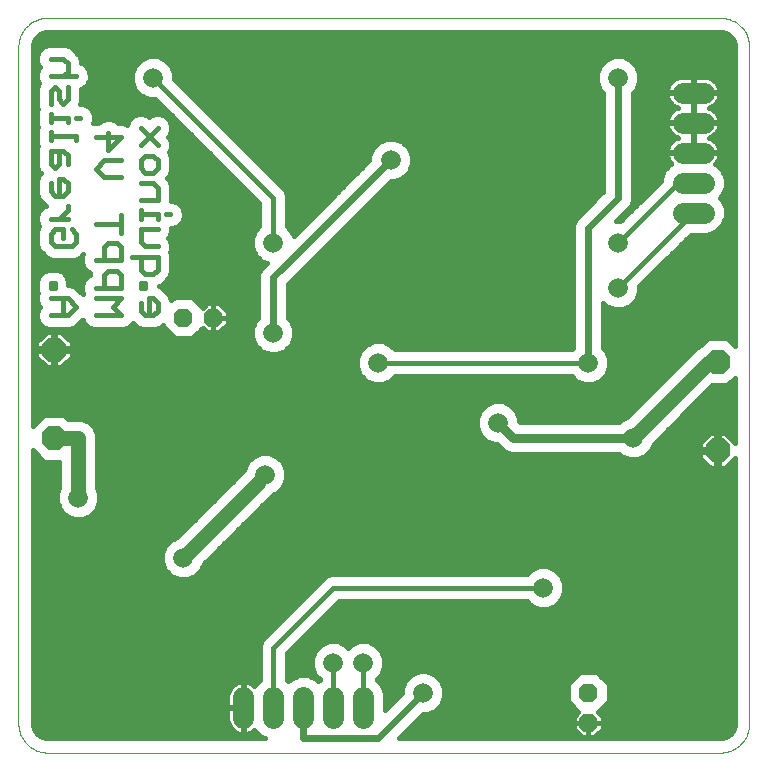
<source format=gbl>
G75*
G70*
%OFA0B0*%
%FSLAX24Y24*%
%IPPOS*%
%LPD*%
%AMOC8*
5,1,8,0,0,1.08239X$1,22.5*
%
%ADD10C,0.0000*%
%ADD11C,0.0150*%
%ADD12OC8,0.0620*%
%ADD13C,0.0700*%
%ADD14OC8,0.0812*%
%ADD15C,0.0654*%
%ADD16C,0.0240*%
%ADD17C,0.0500*%
%ADD18C,0.0300*%
%ADD19C,0.0160*%
%ADD20C,0.0100*%
D10*
X000800Y001164D02*
X000800Y023692D01*
X000802Y023754D01*
X000808Y023815D01*
X000817Y023876D01*
X000831Y023937D01*
X000848Y023996D01*
X000869Y024054D01*
X000894Y024111D01*
X000922Y024166D01*
X000953Y024219D01*
X000988Y024270D01*
X001026Y024319D01*
X001067Y024366D01*
X001110Y024409D01*
X001157Y024450D01*
X001206Y024488D01*
X001257Y024523D01*
X001310Y024554D01*
X001365Y024582D01*
X001422Y024607D01*
X001480Y024628D01*
X001539Y024645D01*
X001600Y024659D01*
X001661Y024668D01*
X001722Y024674D01*
X001784Y024676D01*
X024186Y024676D01*
X024248Y024674D01*
X024309Y024668D01*
X024370Y024659D01*
X024431Y024645D01*
X024490Y024628D01*
X024548Y024607D01*
X024605Y024582D01*
X024660Y024554D01*
X024713Y024523D01*
X024764Y024488D01*
X024813Y024450D01*
X024860Y024409D01*
X024903Y024366D01*
X024944Y024319D01*
X024982Y024270D01*
X025017Y024219D01*
X025048Y024166D01*
X025076Y024111D01*
X025101Y024054D01*
X025122Y023996D01*
X025139Y023937D01*
X025153Y023876D01*
X025162Y023815D01*
X025168Y023754D01*
X025170Y023692D01*
X025170Y001164D01*
X025168Y001102D01*
X025162Y001041D01*
X025153Y000980D01*
X025139Y000919D01*
X025122Y000860D01*
X025101Y000802D01*
X025076Y000745D01*
X025048Y000690D01*
X025017Y000637D01*
X024982Y000586D01*
X024944Y000537D01*
X024903Y000490D01*
X024860Y000447D01*
X024813Y000406D01*
X024764Y000368D01*
X024713Y000333D01*
X024660Y000302D01*
X024605Y000274D01*
X024548Y000249D01*
X024490Y000228D01*
X024431Y000211D01*
X024370Y000197D01*
X024309Y000188D01*
X024248Y000182D01*
X024186Y000180D01*
X001784Y000180D01*
X001722Y000182D01*
X001661Y000188D01*
X001600Y000197D01*
X001539Y000211D01*
X001480Y000228D01*
X001422Y000249D01*
X001365Y000274D01*
X001310Y000302D01*
X001257Y000333D01*
X001206Y000368D01*
X001157Y000406D01*
X001110Y000447D01*
X001067Y000490D01*
X001026Y000537D01*
X000988Y000586D01*
X000953Y000637D01*
X000922Y000690D01*
X000894Y000745D01*
X000869Y000802D01*
X000848Y000860D01*
X000831Y000919D01*
X000817Y000980D01*
X000808Y001041D01*
X000802Y001102D01*
X000800Y001164D01*
D11*
X009300Y001680D02*
X009300Y003680D01*
X011300Y005680D01*
X018300Y005680D01*
X012300Y003180D02*
X012300Y001680D01*
X011300Y001680D02*
X011300Y003180D01*
X012800Y013180D02*
X019800Y013180D01*
X020800Y015680D02*
X023300Y018180D01*
X023300Y019180D02*
X022800Y019180D01*
X020800Y017180D01*
X005868Y018120D02*
X005726Y018120D01*
X005442Y018120D02*
X004875Y018120D01*
X004875Y018261D02*
X004875Y017978D01*
X004875Y017624D02*
X005442Y017624D01*
X005442Y017978D02*
X005442Y018120D01*
X005442Y018592D02*
X004875Y018592D01*
X005442Y018592D02*
X005442Y019017D01*
X005300Y019159D01*
X004875Y019159D01*
X005017Y019512D02*
X004875Y019654D01*
X004875Y019938D01*
X005017Y020080D01*
X005300Y020080D01*
X005442Y019938D01*
X005442Y019654D01*
X005300Y019512D01*
X005017Y019512D01*
X004226Y019359D02*
X003659Y019359D01*
X003375Y019643D01*
X003659Y019926D01*
X004226Y019926D01*
X003800Y020280D02*
X003800Y020847D01*
X003375Y020705D02*
X004226Y020705D01*
X003800Y020280D01*
X002726Y020587D02*
X002726Y020728D01*
X001875Y020728D01*
X001875Y020587D02*
X001875Y020870D01*
X001875Y021201D02*
X001875Y021484D01*
X001875Y021342D02*
X002442Y021342D01*
X002442Y021201D01*
X002726Y021342D02*
X002868Y021342D01*
X002300Y021814D02*
X002442Y021956D01*
X002442Y022382D01*
X002159Y022240D02*
X002159Y021956D01*
X002300Y021814D01*
X001875Y021814D02*
X001875Y022240D01*
X002017Y022382D01*
X002159Y022240D01*
X002300Y022735D02*
X002442Y022877D01*
X002442Y023161D01*
X002300Y023302D01*
X001875Y023302D01*
X001875Y022735D02*
X002726Y022735D01*
X004875Y021000D02*
X005442Y020433D01*
X004875Y020433D02*
X005442Y021000D01*
X002442Y020091D02*
X002442Y019808D01*
X002442Y020091D02*
X002300Y020233D01*
X001875Y020233D01*
X001875Y019808D01*
X002017Y019666D01*
X002159Y019808D01*
X002159Y020233D01*
X002159Y019312D02*
X002159Y018745D01*
X002300Y018745D02*
X002017Y018745D01*
X001875Y018887D01*
X001875Y019170D01*
X002159Y019312D02*
X002300Y019312D01*
X002442Y019170D01*
X002442Y018887D01*
X002300Y018745D01*
X002442Y018403D02*
X002442Y018261D01*
X002159Y017978D01*
X002442Y017978D02*
X001875Y017978D01*
X002017Y017624D02*
X002300Y017624D01*
X002300Y017341D01*
X002584Y017624D02*
X002726Y017482D01*
X002726Y017199D01*
X002584Y017057D01*
X002017Y017057D01*
X001875Y017199D01*
X001875Y017482D01*
X002017Y017624D01*
X003375Y017801D02*
X004226Y017801D01*
X004226Y017517D02*
X004226Y018085D01*
X004875Y017624D02*
X004875Y017199D01*
X005017Y017057D01*
X005442Y017057D01*
X005442Y016703D02*
X005442Y016278D01*
X005300Y016136D01*
X005017Y016136D01*
X004875Y016278D01*
X004875Y016703D01*
X004591Y016703D02*
X005442Y016703D01*
X005017Y015818D02*
X004875Y015818D01*
X004875Y015676D01*
X005017Y015676D01*
X005017Y015818D01*
X005159Y015322D02*
X005159Y014755D01*
X005300Y014755D02*
X005442Y014897D01*
X005442Y015180D01*
X005300Y015322D01*
X005159Y015322D01*
X004875Y015180D02*
X004875Y014897D01*
X005017Y014755D01*
X005300Y014755D01*
X004226Y014755D02*
X003942Y015039D01*
X004226Y015322D01*
X003375Y015322D01*
X003375Y015676D02*
X004226Y015676D01*
X004226Y016101D01*
X004084Y016243D01*
X003800Y016243D01*
X003659Y016101D01*
X003659Y015676D01*
X003659Y016597D02*
X003659Y017022D01*
X003800Y017164D01*
X004084Y017164D01*
X004226Y017022D01*
X004226Y016597D01*
X003375Y016597D01*
X002442Y015322D02*
X001875Y015322D01*
X001875Y015676D02*
X001875Y015818D01*
X002017Y015818D01*
X002017Y015676D01*
X001875Y015676D01*
X002300Y015322D02*
X002300Y014755D01*
X002442Y014755D02*
X002726Y015039D01*
X002442Y015322D01*
X002442Y014755D02*
X001875Y014755D01*
X003375Y014755D02*
X004226Y014755D01*
D12*
X006300Y014680D03*
X007300Y014680D03*
X019800Y002180D03*
X019800Y001180D03*
D13*
X012300Y001330D02*
X012300Y002030D01*
X011300Y002030D02*
X011300Y001330D01*
X010300Y001330D02*
X010300Y002030D01*
X009300Y002030D02*
X009300Y001330D01*
X008300Y001330D02*
X008300Y002030D01*
X022950Y018180D02*
X023650Y018180D01*
X023650Y019180D02*
X022950Y019180D01*
X022950Y020180D02*
X023650Y020180D01*
X023650Y021180D02*
X022950Y021180D01*
X022950Y022180D02*
X023650Y022180D01*
D14*
X024111Y013204D03*
X024111Y010251D03*
X001989Y010656D03*
X001989Y013609D03*
D15*
X002800Y008680D03*
X006300Y006680D03*
X009030Y009450D03*
X012800Y013180D03*
X009300Y014180D03*
X009300Y017180D03*
X013210Y019930D03*
X008300Y023680D03*
X007300Y023680D03*
X006300Y023680D03*
X005300Y022680D03*
X016800Y011180D03*
X019800Y013180D03*
X020800Y015680D03*
X020800Y017180D03*
X020800Y022680D03*
X021300Y010680D03*
X018300Y005680D03*
X014300Y002180D03*
X012300Y003180D03*
X011300Y003180D03*
X001800Y001180D03*
X024300Y001180D03*
X024300Y002180D03*
D16*
X014300Y002180D02*
X012800Y000680D01*
X010300Y000680D01*
X010300Y001680D01*
X019800Y013180D02*
X019800Y017680D01*
X020800Y018680D01*
X020800Y022680D01*
X013210Y019930D02*
X009300Y016020D01*
X009300Y014180D01*
D17*
X008800Y009180D02*
X006300Y006680D01*
X002800Y008680D02*
X002800Y010680D01*
X002300Y010680D01*
X021300Y010680D02*
X023800Y013180D01*
X024111Y013204D01*
D18*
X021300Y010680D02*
X017300Y010680D01*
X016800Y011180D01*
X009030Y009450D02*
X008800Y009180D01*
D19*
X009250Y008739D02*
X024690Y008739D01*
X024690Y008581D02*
X009091Y008581D01*
X008933Y008422D02*
X024690Y008422D01*
X024690Y008264D02*
X008774Y008264D01*
X008616Y008105D02*
X024690Y008105D01*
X024690Y007947D02*
X008457Y007947D01*
X008299Y007788D02*
X024690Y007788D01*
X024690Y007630D02*
X008140Y007630D01*
X007982Y007471D02*
X024690Y007471D01*
X024690Y007313D02*
X007823Y007313D01*
X007665Y007154D02*
X024690Y007154D01*
X024690Y006996D02*
X007506Y006996D01*
X007348Y006837D02*
X024690Y006837D01*
X024690Y006679D02*
X007189Y006679D01*
X007031Y006520D02*
X024690Y006520D01*
X024690Y006362D02*
X018503Y006362D01*
X018441Y006387D02*
X018159Y006387D01*
X017899Y006280D01*
X017755Y006135D01*
X011209Y006135D01*
X011042Y006066D01*
X009042Y004066D01*
X008914Y003938D01*
X008845Y003771D01*
X008845Y002607D01*
X008681Y002444D01*
X008668Y002412D01*
X008645Y002434D01*
X008578Y002483D01*
X008503Y002521D01*
X008424Y002547D01*
X008342Y002560D01*
X008320Y002560D01*
X008320Y001700D01*
X008280Y001700D01*
X008280Y002560D01*
X008258Y002560D01*
X008176Y002547D01*
X008097Y002521D01*
X008022Y002483D01*
X007955Y002434D01*
X007896Y002375D01*
X007847Y002308D01*
X007809Y002233D01*
X007783Y002154D01*
X007770Y002072D01*
X007770Y001700D01*
X008280Y001700D01*
X008280Y001660D01*
X008320Y001660D01*
X008320Y000800D01*
X008342Y000800D01*
X008424Y000813D01*
X008503Y000839D01*
X008578Y000877D01*
X008645Y000926D01*
X008668Y000948D01*
X008681Y000916D01*
X008886Y000711D01*
X009010Y000660D01*
X001784Y000660D01*
X001718Y000664D01*
X001591Y000698D01*
X001477Y000764D01*
X001384Y000857D01*
X001318Y000971D01*
X001284Y001098D01*
X001280Y001164D01*
X001280Y010254D01*
X001663Y009870D01*
X002170Y009870D01*
X002170Y009007D01*
X002093Y008821D01*
X002093Y008539D01*
X002200Y008279D01*
X002399Y008080D01*
X002659Y007973D01*
X002941Y007973D01*
X003201Y008080D01*
X003400Y008279D01*
X003507Y008539D01*
X003507Y008821D01*
X003430Y009007D01*
X003430Y010805D01*
X003334Y011037D01*
X003157Y011214D01*
X002925Y011310D01*
X002447Y011310D01*
X002315Y011442D01*
X001663Y011442D01*
X001280Y011059D01*
X001280Y023692D01*
X001284Y023758D01*
X001318Y023885D01*
X001318Y023885D01*
X001384Y023999D01*
X001477Y024092D01*
X001591Y024158D01*
X001718Y024192D01*
X001784Y024196D01*
X024186Y024196D01*
X024252Y024192D01*
X024379Y024158D01*
X024493Y024092D01*
X024586Y023999D01*
X024652Y023885D01*
X024686Y023758D01*
X024690Y023692D01*
X024690Y013736D01*
X024437Y013990D01*
X023785Y013990D01*
X023561Y013765D01*
X023537Y013753D01*
X023443Y013714D01*
X023426Y013697D01*
X023404Y013686D01*
X023338Y013609D01*
X021086Y011357D01*
X020899Y011280D01*
X020830Y011210D01*
X017520Y011210D01*
X017507Y011222D01*
X017507Y011321D01*
X017400Y011581D01*
X017201Y011780D01*
X016941Y011887D01*
X016659Y011887D01*
X016399Y011780D01*
X016200Y011581D01*
X016093Y011321D01*
X016093Y011039D01*
X016200Y010779D01*
X016399Y010580D01*
X016659Y010473D01*
X016758Y010473D01*
X016851Y010380D01*
X017000Y010231D01*
X017195Y010150D01*
X020830Y010150D01*
X020899Y010080D01*
X021159Y009973D01*
X021441Y009973D01*
X021701Y010080D01*
X021900Y010279D01*
X021977Y010466D01*
X023929Y012418D01*
X024437Y012418D01*
X024690Y012671D01*
X024690Y010500D01*
X024354Y010837D01*
X024159Y010837D01*
X024159Y010299D01*
X024063Y010299D01*
X024063Y010837D01*
X023868Y010837D01*
X023525Y010494D01*
X023525Y010299D01*
X024063Y010299D01*
X024063Y010203D01*
X023525Y010203D01*
X023525Y010008D01*
X023868Y009665D01*
X024063Y009665D01*
X024063Y010203D01*
X024159Y010203D01*
X024159Y009665D01*
X024354Y009665D01*
X024690Y010001D01*
X024690Y001164D01*
X024686Y001098D01*
X024652Y000971D01*
X024586Y000857D01*
X024493Y000764D01*
X024379Y000698D01*
X024252Y000664D01*
X024186Y000660D01*
X013487Y000660D01*
X014300Y001473D01*
X014441Y001473D01*
X014701Y001580D01*
X014900Y001779D01*
X015007Y002039D01*
X015007Y002321D01*
X014900Y002581D01*
X014701Y002780D01*
X014441Y002887D01*
X014159Y002887D01*
X013899Y002780D01*
X013700Y002581D01*
X013593Y002321D01*
X013593Y002180D01*
X013030Y001617D01*
X013030Y002175D01*
X012919Y002444D01*
X012755Y002607D01*
X012755Y002635D01*
X012900Y002779D01*
X013007Y003039D01*
X013007Y003321D01*
X012900Y003581D01*
X012701Y003780D01*
X012441Y003887D01*
X012159Y003887D01*
X011899Y003780D01*
X011800Y003680D01*
X011701Y003780D01*
X011441Y003887D01*
X011159Y003887D01*
X010899Y003780D01*
X010700Y003581D01*
X010593Y003321D01*
X010593Y003039D01*
X010700Y002779D01*
X010845Y002635D01*
X010845Y002607D01*
X010800Y002562D01*
X010714Y002649D01*
X010445Y002760D01*
X010155Y002760D01*
X009886Y002649D01*
X009800Y002562D01*
X009755Y002607D01*
X009755Y003492D01*
X011488Y005225D01*
X017755Y005225D01*
X017899Y005080D01*
X018159Y004973D01*
X018441Y004973D01*
X018701Y005080D01*
X018900Y005279D01*
X019007Y005539D01*
X019007Y005821D01*
X018900Y006081D01*
X018701Y006280D01*
X018441Y006387D01*
X018097Y006362D02*
X006934Y006362D01*
X006900Y006279D02*
X006977Y006466D01*
X009313Y008802D01*
X009431Y008850D01*
X009630Y009049D01*
X009737Y009309D01*
X009737Y009591D01*
X009630Y009851D01*
X009431Y010050D01*
X009171Y010157D01*
X008889Y010157D01*
X008629Y010050D01*
X008430Y009851D01*
X008325Y009596D01*
X006086Y007357D01*
X005899Y007280D01*
X005700Y007081D01*
X005593Y006821D01*
X005593Y006539D01*
X005700Y006279D01*
X005899Y006080D01*
X006159Y005973D01*
X006441Y005973D01*
X006701Y006080D01*
X006900Y006279D01*
X006823Y006203D02*
X017823Y006203D01*
X018777Y006203D02*
X024690Y006203D01*
X024690Y006045D02*
X018914Y006045D01*
X018980Y005886D02*
X024690Y005886D01*
X024690Y005728D02*
X019007Y005728D01*
X019007Y005569D02*
X024690Y005569D01*
X024690Y005411D02*
X018954Y005411D01*
X018872Y005252D02*
X024690Y005252D01*
X024690Y005094D02*
X018714Y005094D01*
X017886Y005094D02*
X011357Y005094D01*
X011198Y004935D02*
X024690Y004935D01*
X024690Y004777D02*
X011040Y004777D01*
X010881Y004618D02*
X024690Y004618D01*
X024690Y004460D02*
X010723Y004460D01*
X010564Y004301D02*
X024690Y004301D01*
X024690Y004143D02*
X010406Y004143D01*
X010247Y003984D02*
X024690Y003984D01*
X024690Y003826D02*
X012590Y003826D01*
X012813Y003667D02*
X024690Y003667D01*
X024690Y003509D02*
X012929Y003509D01*
X012995Y003350D02*
X024690Y003350D01*
X024690Y003192D02*
X013007Y003192D01*
X013005Y003033D02*
X024690Y003033D01*
X024690Y002875D02*
X014471Y002875D01*
X014764Y002716D02*
X019360Y002716D01*
X019514Y002870D02*
X019110Y002466D01*
X019110Y001894D01*
X019466Y001539D01*
X019310Y001383D01*
X019310Y001180D01*
X019800Y001180D01*
X020290Y001180D01*
X020290Y001383D01*
X020134Y001539D01*
X020490Y001894D01*
X020490Y002466D01*
X020086Y002870D01*
X019514Y002870D01*
X019202Y002558D02*
X014909Y002558D01*
X014975Y002399D02*
X019110Y002399D01*
X019110Y002241D02*
X015007Y002241D01*
X015007Y002082D02*
X019110Y002082D01*
X019110Y001924D02*
X014959Y001924D01*
X014885Y001765D02*
X019239Y001765D01*
X019398Y001607D02*
X014727Y001607D01*
X014275Y001448D02*
X019375Y001448D01*
X019310Y001290D02*
X014117Y001290D01*
X013958Y001131D02*
X019310Y001131D01*
X019310Y001180D02*
X019310Y000977D01*
X019597Y000690D01*
X019800Y000690D01*
X020003Y000690D01*
X020290Y000977D01*
X020290Y001180D01*
X019800Y001180D01*
X019800Y001180D01*
X019800Y001180D01*
X019800Y000690D01*
X019800Y001180D01*
X019800Y001180D01*
X019310Y001180D01*
X019315Y000973D02*
X013800Y000973D01*
X013641Y000814D02*
X019473Y000814D01*
X019800Y000814D02*
X019800Y000814D01*
X019800Y000973D02*
X019800Y000973D01*
X019800Y001131D02*
X019800Y001131D01*
X020127Y000814D02*
X024543Y000814D01*
X024652Y000973D02*
X020285Y000973D01*
X020290Y001131D02*
X024688Y001131D01*
X024690Y001290D02*
X020290Y001290D01*
X020225Y001448D02*
X024690Y001448D01*
X024690Y001607D02*
X020202Y001607D01*
X020361Y001765D02*
X024690Y001765D01*
X024690Y001924D02*
X020490Y001924D01*
X020490Y002082D02*
X024690Y002082D01*
X024690Y002241D02*
X020490Y002241D01*
X020490Y002399D02*
X024690Y002399D01*
X024690Y002558D02*
X020398Y002558D01*
X020240Y002716D02*
X024690Y002716D01*
X024690Y008898D02*
X009478Y008898D01*
X009632Y009056D02*
X024690Y009056D01*
X024690Y009215D02*
X009698Y009215D01*
X009737Y009373D02*
X024690Y009373D01*
X024690Y009532D02*
X009737Y009532D01*
X009696Y009690D02*
X023843Y009690D01*
X024063Y009690D02*
X024159Y009690D01*
X024159Y009849D02*
X024063Y009849D01*
X024063Y010007D02*
X024159Y010007D01*
X024159Y010166D02*
X024063Y010166D01*
X024063Y010324D02*
X024159Y010324D01*
X024159Y010483D02*
X024063Y010483D01*
X024063Y010641D02*
X024159Y010641D01*
X024159Y010800D02*
X024063Y010800D01*
X023831Y010800D02*
X022310Y010800D01*
X022469Y010958D02*
X024690Y010958D01*
X024690Y010800D02*
X024391Y010800D01*
X024549Y010641D02*
X024690Y010641D01*
X024690Y011117D02*
X022627Y011117D01*
X022786Y011275D02*
X024690Y011275D01*
X024690Y011434D02*
X022944Y011434D01*
X023103Y011592D02*
X024690Y011592D01*
X024690Y011751D02*
X023261Y011751D01*
X023420Y011909D02*
X024690Y011909D01*
X024690Y012068D02*
X023578Y012068D01*
X023737Y012226D02*
X024690Y012226D01*
X024690Y012385D02*
X023895Y012385D01*
X024562Y012543D02*
X024690Y012543D01*
X024690Y013811D02*
X024615Y013811D01*
X024690Y013970D02*
X024457Y013970D01*
X024690Y014128D02*
X020300Y014128D01*
X020300Y013970D02*
X023765Y013970D01*
X023607Y013811D02*
X020300Y013811D01*
X020300Y013680D02*
X020300Y015180D01*
X020399Y015080D01*
X020659Y014973D01*
X020941Y014973D01*
X021201Y015080D01*
X021400Y015279D01*
X021507Y015539D01*
X021507Y015744D01*
X023213Y017450D01*
X023795Y017450D01*
X024064Y017561D01*
X024269Y017766D01*
X024380Y018035D01*
X024380Y018325D01*
X024269Y018594D01*
X024182Y018680D01*
X024269Y018766D01*
X024380Y019035D01*
X024380Y019325D01*
X024269Y019594D01*
X024064Y019799D01*
X024032Y019812D01*
X024054Y019835D01*
X024103Y019902D01*
X024141Y019977D01*
X024167Y020056D01*
X024180Y020138D01*
X024180Y020160D01*
X023320Y020160D01*
X023320Y020200D01*
X024180Y020200D01*
X024180Y020222D01*
X024167Y020304D01*
X024141Y020383D01*
X024103Y020458D01*
X024054Y020525D01*
X023995Y020584D01*
X023928Y020633D01*
X023853Y020671D01*
X023826Y020680D01*
X023853Y020689D01*
X023928Y020727D01*
X023995Y020776D01*
X024054Y020835D01*
X024103Y020902D01*
X024141Y020977D01*
X024167Y021056D01*
X024180Y021138D01*
X024180Y021160D01*
X023320Y021160D01*
X023320Y021200D01*
X024180Y021200D01*
X024180Y021222D01*
X024167Y021304D01*
X024141Y021383D01*
X024103Y021458D01*
X024054Y021525D01*
X023995Y021584D01*
X023928Y021633D01*
X023853Y021671D01*
X023826Y021680D01*
X023853Y021689D01*
X023928Y021727D01*
X023995Y021776D01*
X024054Y021835D01*
X024103Y021902D01*
X024141Y021977D01*
X024167Y022056D01*
X024180Y022138D01*
X024180Y022160D01*
X023320Y022160D01*
X023320Y022200D01*
X023280Y022200D01*
X023280Y022710D01*
X022908Y022710D01*
X022826Y022697D01*
X022747Y022671D01*
X022672Y022633D01*
X022605Y022584D01*
X022546Y022525D01*
X022497Y022458D01*
X022459Y022383D01*
X022433Y022304D01*
X022420Y022222D01*
X022420Y022200D01*
X023280Y022200D01*
X023280Y022160D01*
X022420Y022160D01*
X022420Y022138D01*
X022433Y022056D01*
X022459Y021977D01*
X022497Y021902D01*
X022546Y021835D01*
X022605Y021776D01*
X022672Y021727D01*
X022747Y021689D01*
X022774Y021680D01*
X022747Y021671D01*
X022672Y021633D01*
X022605Y021584D01*
X022546Y021525D01*
X022497Y021458D01*
X022459Y021383D01*
X022433Y021304D01*
X022420Y021222D01*
X022420Y021200D01*
X023280Y021200D01*
X023280Y021710D01*
X023280Y022160D01*
X023320Y022160D01*
X023320Y021200D01*
X023280Y021200D01*
X023280Y021160D01*
X022420Y021160D01*
X022420Y021138D01*
X022433Y021056D01*
X022459Y020977D01*
X022497Y020902D01*
X022546Y020835D01*
X022605Y020776D01*
X022672Y020727D01*
X022747Y020689D01*
X022774Y020680D01*
X022747Y020671D01*
X022672Y020633D01*
X022605Y020584D01*
X022546Y020525D01*
X022497Y020458D01*
X022459Y020383D01*
X022433Y020304D01*
X022420Y020222D01*
X022420Y020200D01*
X023280Y020200D01*
X023280Y020650D01*
X023280Y021160D01*
X023320Y021160D01*
X023320Y020200D01*
X023280Y020200D01*
X023280Y020160D01*
X022420Y020160D01*
X022420Y020138D01*
X022433Y020056D01*
X022459Y019977D01*
X022497Y019902D01*
X022546Y019835D01*
X022568Y019812D01*
X022536Y019799D01*
X022331Y019594D01*
X022220Y019325D01*
X022220Y019243D01*
X020864Y017887D01*
X020714Y017887D01*
X021224Y018397D01*
X021300Y018581D01*
X021300Y022180D01*
X021400Y022279D01*
X021507Y022539D01*
X021507Y022821D01*
X021400Y023081D01*
X021201Y023280D01*
X020941Y023387D01*
X020659Y023387D01*
X020399Y023280D01*
X020200Y023081D01*
X020093Y022821D01*
X020093Y022539D01*
X020200Y022279D01*
X020300Y022180D01*
X020300Y018887D01*
X019517Y018104D01*
X019376Y017963D01*
X019300Y017779D01*
X019300Y013680D01*
X019255Y013635D01*
X013345Y013635D01*
X013201Y013780D01*
X012941Y013887D01*
X012659Y013887D01*
X012399Y013780D01*
X012200Y013581D01*
X012093Y013321D01*
X012093Y013039D01*
X012200Y012779D01*
X012399Y012580D01*
X012659Y012473D01*
X012941Y012473D01*
X013201Y012580D01*
X013345Y012725D01*
X019255Y012725D01*
X019399Y012580D01*
X019659Y012473D01*
X019941Y012473D01*
X020201Y012580D01*
X020400Y012779D01*
X020507Y013039D01*
X020507Y013321D01*
X020400Y013581D01*
X020300Y013680D01*
X020328Y013653D02*
X023375Y013653D01*
X023223Y013494D02*
X020435Y013494D01*
X020501Y013336D02*
X023065Y013336D01*
X022906Y013177D02*
X020507Y013177D01*
X020499Y013019D02*
X022748Y013019D01*
X022589Y012860D02*
X020433Y012860D01*
X020322Y012702D02*
X022431Y012702D01*
X022272Y012543D02*
X020110Y012543D01*
X019490Y012543D02*
X013110Y012543D01*
X013322Y012702D02*
X019278Y012702D01*
X019272Y013653D02*
X013328Y013653D01*
X013124Y013811D02*
X019300Y013811D01*
X019300Y013970D02*
X009978Y013970D01*
X010007Y014039D02*
X009900Y013779D01*
X009701Y013580D01*
X009441Y013473D01*
X009159Y013473D01*
X008899Y013580D01*
X008700Y013779D01*
X008593Y014039D01*
X008593Y014321D01*
X008700Y014581D01*
X008800Y014680D01*
X008800Y016119D01*
X008876Y016303D01*
X009079Y016506D01*
X008899Y016580D01*
X008700Y016779D01*
X008593Y017039D01*
X008593Y017321D01*
X008700Y017581D01*
X008840Y017720D01*
X008840Y018489D01*
X005357Y021973D01*
X005159Y021973D01*
X004899Y022080D01*
X004700Y022279D01*
X004593Y022539D01*
X004593Y022821D01*
X004700Y023081D01*
X004899Y023280D01*
X005159Y023387D01*
X005441Y023387D01*
X005701Y023280D01*
X005900Y023081D01*
X006007Y022821D01*
X006007Y022623D01*
X009690Y018941D01*
X009760Y018771D01*
X009760Y017720D01*
X009900Y017581D01*
X009974Y017401D01*
X012503Y019930D01*
X012503Y020071D01*
X012610Y020331D01*
X012809Y020530D01*
X013069Y020637D01*
X013351Y020637D01*
X013611Y020530D01*
X013810Y020331D01*
X013917Y020071D01*
X013917Y019789D01*
X013810Y019529D01*
X013611Y019330D01*
X013351Y019223D01*
X013210Y019223D01*
X009800Y015813D01*
X009800Y014680D01*
X009900Y014581D01*
X010007Y014321D01*
X010007Y014039D01*
X010007Y014128D02*
X019300Y014128D01*
X019300Y014287D02*
X010007Y014287D01*
X009956Y014445D02*
X019300Y014445D01*
X019300Y014604D02*
X009877Y014604D01*
X009800Y014762D02*
X019300Y014762D01*
X019300Y014921D02*
X009800Y014921D01*
X009800Y015079D02*
X019300Y015079D01*
X019300Y015238D02*
X009800Y015238D01*
X009800Y015396D02*
X019300Y015396D01*
X019300Y015555D02*
X009800Y015555D01*
X009800Y015713D02*
X019300Y015713D01*
X019300Y015872D02*
X009859Y015872D01*
X010017Y016030D02*
X019300Y016030D01*
X019300Y016189D02*
X010176Y016189D01*
X010334Y016347D02*
X019300Y016347D01*
X019300Y016506D02*
X010493Y016506D01*
X010651Y016664D02*
X019300Y016664D01*
X019300Y016823D02*
X010810Y016823D01*
X010968Y016981D02*
X019300Y016981D01*
X019300Y017140D02*
X011127Y017140D01*
X011285Y017298D02*
X019300Y017298D01*
X019300Y017457D02*
X011444Y017457D01*
X011602Y017615D02*
X019300Y017615D01*
X019300Y017774D02*
X011761Y017774D01*
X011919Y017932D02*
X019363Y017932D01*
X019503Y018091D02*
X012078Y018091D01*
X012236Y018249D02*
X019662Y018249D01*
X019820Y018408D02*
X012395Y018408D01*
X012553Y018566D02*
X019979Y018566D01*
X020137Y018725D02*
X012712Y018725D01*
X012870Y018883D02*
X020296Y018883D01*
X020300Y019042D02*
X013029Y019042D01*
X013187Y019200D02*
X020300Y019200D01*
X020300Y019359D02*
X013639Y019359D01*
X013797Y019517D02*
X020300Y019517D01*
X020300Y019676D02*
X013870Y019676D01*
X013917Y019834D02*
X020300Y019834D01*
X020300Y019993D02*
X013917Y019993D01*
X013884Y020151D02*
X020300Y020151D01*
X020300Y020310D02*
X013818Y020310D01*
X013672Y020468D02*
X020300Y020468D01*
X020300Y020627D02*
X013376Y020627D01*
X013044Y020627D02*
X008004Y020627D01*
X007846Y020785D02*
X020300Y020785D01*
X020300Y020944D02*
X007687Y020944D01*
X007529Y021102D02*
X020300Y021102D01*
X020300Y021261D02*
X007370Y021261D01*
X007212Y021419D02*
X020300Y021419D01*
X020300Y021578D02*
X007053Y021578D01*
X006895Y021736D02*
X020300Y021736D01*
X020300Y021895D02*
X006736Y021895D01*
X006578Y022053D02*
X020300Y022053D01*
X020268Y022212D02*
X006419Y022212D01*
X006261Y022370D02*
X020163Y022370D01*
X020097Y022529D02*
X006102Y022529D01*
X006007Y022687D02*
X020093Y022687D01*
X020103Y022846D02*
X005997Y022846D01*
X005931Y023004D02*
X020169Y023004D01*
X020282Y023163D02*
X005818Y023163D01*
X005600Y023321D02*
X020500Y023321D01*
X021100Y023321D02*
X024690Y023321D01*
X024690Y023163D02*
X021318Y023163D01*
X021431Y023004D02*
X024690Y023004D01*
X024690Y022846D02*
X021497Y022846D01*
X021507Y022687D02*
X022795Y022687D01*
X022549Y022529D02*
X021503Y022529D01*
X021437Y022370D02*
X022454Y022370D01*
X022420Y022212D02*
X021332Y022212D01*
X021300Y022053D02*
X022434Y022053D01*
X022502Y021895D02*
X021300Y021895D01*
X021300Y021736D02*
X022659Y021736D01*
X022598Y021578D02*
X021300Y021578D01*
X021300Y021419D02*
X022477Y021419D01*
X022426Y021261D02*
X021300Y021261D01*
X021300Y021102D02*
X022426Y021102D01*
X022476Y020944D02*
X021300Y020944D01*
X021300Y020785D02*
X022595Y020785D01*
X022663Y020627D02*
X021300Y020627D01*
X021300Y020468D02*
X022504Y020468D01*
X022435Y020310D02*
X021300Y020310D01*
X021300Y020151D02*
X022420Y020151D01*
X022454Y019993D02*
X021300Y019993D01*
X021300Y019834D02*
X022546Y019834D01*
X022413Y019676D02*
X021300Y019676D01*
X021300Y019517D02*
X022299Y019517D01*
X022234Y019359D02*
X021300Y019359D01*
X021300Y019200D02*
X022177Y019200D01*
X022018Y019042D02*
X021300Y019042D01*
X021300Y018883D02*
X021860Y018883D01*
X021701Y018725D02*
X021300Y018725D01*
X021294Y018566D02*
X021543Y018566D01*
X021384Y018408D02*
X021228Y018408D01*
X021226Y018249D02*
X021076Y018249D01*
X021067Y018091D02*
X020918Y018091D01*
X020909Y017932D02*
X020759Y017932D01*
X022269Y016506D02*
X024690Y016506D01*
X024690Y016664D02*
X022427Y016664D01*
X022586Y016823D02*
X024690Y016823D01*
X024690Y016981D02*
X022744Y016981D01*
X022903Y017140D02*
X024690Y017140D01*
X024690Y017298D02*
X023061Y017298D01*
X023811Y017457D02*
X024690Y017457D01*
X024690Y017615D02*
X024117Y017615D01*
X024272Y017774D02*
X024690Y017774D01*
X024690Y017932D02*
X024337Y017932D01*
X024380Y018091D02*
X024690Y018091D01*
X024690Y018249D02*
X024380Y018249D01*
X024346Y018408D02*
X024690Y018408D01*
X024690Y018566D02*
X024280Y018566D01*
X024227Y018725D02*
X024690Y018725D01*
X024690Y018883D02*
X024317Y018883D01*
X024380Y019042D02*
X024690Y019042D01*
X024690Y019200D02*
X024380Y019200D01*
X024366Y019359D02*
X024690Y019359D01*
X024690Y019517D02*
X024301Y019517D01*
X024187Y019676D02*
X024690Y019676D01*
X024690Y019834D02*
X024054Y019834D01*
X024146Y019993D02*
X024690Y019993D01*
X024690Y020151D02*
X024180Y020151D01*
X024165Y020310D02*
X024690Y020310D01*
X024690Y020468D02*
X024096Y020468D01*
X023937Y020627D02*
X024690Y020627D01*
X024690Y020785D02*
X024005Y020785D01*
X024124Y020944D02*
X024690Y020944D01*
X024690Y021102D02*
X024174Y021102D01*
X024174Y021261D02*
X024690Y021261D01*
X024690Y021419D02*
X024123Y021419D01*
X024002Y021578D02*
X024690Y021578D01*
X024690Y021736D02*
X023941Y021736D01*
X024098Y021895D02*
X024690Y021895D01*
X024690Y022053D02*
X024166Y022053D01*
X024180Y022200D02*
X024180Y022222D01*
X024167Y022304D01*
X024141Y022383D01*
X024103Y022458D01*
X024054Y022525D01*
X023995Y022584D01*
X023928Y022633D01*
X023853Y022671D01*
X023774Y022697D01*
X023692Y022710D01*
X023320Y022710D01*
X023320Y022200D01*
X024180Y022200D01*
X024180Y022212D02*
X024690Y022212D01*
X024690Y022370D02*
X024146Y022370D01*
X024051Y022529D02*
X024690Y022529D01*
X024690Y022687D02*
X023805Y022687D01*
X023320Y022687D02*
X023280Y022687D01*
X023280Y022529D02*
X023320Y022529D01*
X023320Y022370D02*
X023280Y022370D01*
X023280Y022212D02*
X023320Y022212D01*
X023320Y022053D02*
X023280Y022053D01*
X023280Y021895D02*
X023320Y021895D01*
X023320Y021736D02*
X023280Y021736D01*
X023280Y021578D02*
X023320Y021578D01*
X023320Y021419D02*
X023280Y021419D01*
X023280Y021261D02*
X023320Y021261D01*
X023320Y021102D02*
X023280Y021102D01*
X023280Y020944D02*
X023320Y020944D01*
X023320Y020785D02*
X023280Y020785D01*
X023280Y020627D02*
X023320Y020627D01*
X023320Y020468D02*
X023280Y020468D01*
X023280Y020310D02*
X023320Y020310D01*
X024690Y023480D02*
X002767Y023480D01*
X002828Y023418D02*
X002686Y023560D01*
X002558Y023688D01*
X002391Y023757D01*
X001784Y023757D01*
X001617Y023688D01*
X001489Y023560D01*
X001420Y023393D01*
X001420Y023212D01*
X001489Y023045D01*
X001515Y023019D01*
X001489Y022993D01*
X001420Y022826D01*
X001420Y022645D01*
X001485Y022487D01*
X001420Y022330D01*
X001420Y021724D01*
X001451Y021649D01*
X001420Y021575D01*
X001420Y021110D01*
X001451Y021035D01*
X001420Y020961D01*
X001420Y020496D01*
X001456Y020410D01*
X001420Y020324D01*
X001420Y019717D01*
X001489Y019550D01*
X001550Y019489D01*
X001489Y019428D01*
X001420Y019261D01*
X001420Y018796D01*
X001489Y018629D01*
X001631Y018487D01*
X001715Y018404D01*
X001617Y018363D01*
X001489Y018235D01*
X001420Y018068D01*
X001420Y017887D01*
X001485Y017730D01*
X001420Y017573D01*
X001420Y017108D01*
X001489Y016941D01*
X001617Y016813D01*
X001759Y016671D01*
X001926Y016602D01*
X002674Y016602D01*
X002746Y016631D01*
X002842Y016671D01*
X002846Y016675D01*
X002964Y016794D01*
X002920Y016687D01*
X002920Y016506D01*
X002989Y016339D01*
X003117Y016211D01*
X003204Y016175D01*
X003204Y016097D01*
X003117Y016062D01*
X002989Y015934D01*
X002920Y015766D01*
X002920Y015585D01*
X002956Y015499D01*
X002942Y015466D01*
X002828Y015580D01*
X002700Y015708D01*
X002533Y015777D01*
X002472Y015777D01*
X002472Y015908D01*
X002403Y016075D01*
X002275Y016203D01*
X002107Y016273D01*
X001784Y016273D01*
X001617Y016203D01*
X001489Y016075D01*
X001420Y015908D01*
X001420Y015585D01*
X001456Y015499D01*
X001420Y015413D01*
X001420Y015232D01*
X001489Y015064D01*
X001515Y015039D01*
X001489Y015013D01*
X001420Y014846D01*
X001420Y014664D01*
X001489Y014497D01*
X001617Y014369D01*
X001784Y014300D01*
X002533Y014300D01*
X002537Y014302D01*
X002700Y014369D01*
X002828Y014497D01*
X002942Y014611D01*
X002989Y014497D01*
X003117Y014369D01*
X003284Y014300D01*
X004316Y014300D01*
X004387Y014330D01*
X004483Y014369D01*
X004483Y014369D01*
X004485Y014371D01*
X004611Y014497D01*
X004617Y014511D01*
X004631Y014497D01*
X004759Y014369D01*
X004926Y014300D01*
X005391Y014300D01*
X005558Y014369D01*
X005610Y014421D01*
X005610Y014394D01*
X006014Y013990D01*
X006586Y013990D01*
X006941Y014346D01*
X007097Y014190D01*
X007300Y014190D01*
X007503Y014190D01*
X007790Y014477D01*
X007790Y014680D01*
X007790Y014883D01*
X007503Y015170D01*
X007300Y015170D01*
X007300Y014680D01*
X007790Y014680D01*
X007300Y014680D01*
X007300Y014680D01*
X007300Y014680D01*
X007300Y014190D01*
X007300Y014680D01*
X007300Y014680D01*
X007300Y015170D01*
X007097Y015170D01*
X006941Y015014D01*
X006586Y015370D01*
X006014Y015370D01*
X005897Y015253D01*
X005897Y015271D01*
X005828Y015438D01*
X005686Y015580D01*
X005558Y015708D01*
X005507Y015729D01*
X005558Y015750D01*
X005686Y015878D01*
X005828Y016020D01*
X005897Y016187D01*
X005897Y016794D01*
X005861Y016880D01*
X005897Y016966D01*
X005897Y017147D01*
X005828Y017315D01*
X005802Y017341D01*
X005828Y017366D01*
X005897Y017534D01*
X005897Y017665D01*
X005958Y017665D01*
X006125Y017734D01*
X006253Y017862D01*
X006323Y018029D01*
X006323Y018210D01*
X006253Y018377D01*
X006125Y018505D01*
X005958Y018575D01*
X005897Y018575D01*
X005897Y019107D01*
X005828Y019275D01*
X005767Y019336D01*
X005828Y019396D01*
X005897Y019564D01*
X005897Y020028D01*
X005832Y020185D01*
X005897Y020343D01*
X005897Y020524D01*
X005828Y020691D01*
X005802Y020717D01*
X005828Y020743D01*
X005897Y020910D01*
X005897Y021091D01*
X005828Y021258D01*
X005700Y021386D01*
X005533Y021455D01*
X005352Y021455D01*
X005184Y021386D01*
X005159Y021360D01*
X005133Y021386D01*
X004966Y021455D01*
X004784Y021455D01*
X004617Y021386D01*
X004489Y021258D01*
X004429Y021113D01*
X004367Y021139D01*
X004316Y021160D01*
X004131Y021160D01*
X004058Y021233D01*
X003891Y021302D01*
X003710Y021302D01*
X003543Y021233D01*
X003470Y021160D01*
X003285Y021160D01*
X003323Y021252D01*
X003323Y021433D01*
X003253Y021600D01*
X003125Y021728D01*
X002958Y021797D01*
X002869Y021797D01*
X002897Y021866D01*
X002897Y022314D01*
X002983Y022349D01*
X003111Y022477D01*
X003181Y022645D01*
X003181Y022826D01*
X003111Y022993D01*
X002983Y023121D01*
X002897Y023157D01*
X002897Y023251D01*
X002828Y023418D01*
X002868Y023321D02*
X005000Y023321D01*
X004782Y023163D02*
X002897Y023163D01*
X003100Y023004D02*
X004669Y023004D01*
X004603Y022846D02*
X003172Y022846D01*
X003181Y022687D02*
X004593Y022687D01*
X004597Y022529D02*
X003133Y022529D01*
X003004Y022370D02*
X004663Y022370D01*
X004768Y022212D02*
X002897Y022212D01*
X002897Y022053D02*
X004966Y022053D01*
X005435Y021895D02*
X002897Y021895D01*
X003106Y021736D02*
X005593Y021736D01*
X005752Y021578D02*
X003263Y021578D01*
X003323Y021419D02*
X004697Y021419D01*
X004492Y021261D02*
X003991Y021261D01*
X003610Y021261D02*
X003323Y021261D01*
X005053Y021419D02*
X005264Y021419D01*
X005620Y021419D02*
X005910Y021419D01*
X005825Y021261D02*
X006069Y021261D01*
X006227Y021102D02*
X005893Y021102D01*
X005897Y020944D02*
X006386Y020944D01*
X006544Y020785D02*
X005845Y020785D01*
X005855Y020627D02*
X006703Y020627D01*
X006861Y020468D02*
X005897Y020468D01*
X005883Y020310D02*
X007020Y020310D01*
X007178Y020151D02*
X005846Y020151D01*
X005897Y019993D02*
X007337Y019993D01*
X007495Y019834D02*
X005897Y019834D01*
X005897Y019676D02*
X007654Y019676D01*
X007812Y019517D02*
X005878Y019517D01*
X005790Y019359D02*
X007971Y019359D01*
X008129Y019200D02*
X005859Y019200D01*
X005897Y019042D02*
X008288Y019042D01*
X008446Y018883D02*
X005897Y018883D01*
X005897Y018725D02*
X008605Y018725D01*
X008763Y018566D02*
X005979Y018566D01*
X006223Y018408D02*
X008840Y018408D01*
X008840Y018249D02*
X006306Y018249D01*
X006323Y018091D02*
X008840Y018091D01*
X008840Y017932D02*
X006282Y017932D01*
X006165Y017774D02*
X008840Y017774D01*
X008735Y017615D02*
X005897Y017615D01*
X005865Y017457D02*
X008649Y017457D01*
X008593Y017298D02*
X005835Y017298D01*
X005897Y017140D02*
X008593Y017140D01*
X008617Y016981D02*
X005897Y016981D01*
X005885Y016823D02*
X008683Y016823D01*
X008816Y016664D02*
X005897Y016664D01*
X005897Y016506D02*
X009078Y016506D01*
X008920Y016347D02*
X005897Y016347D01*
X005897Y016189D02*
X008829Y016189D01*
X008800Y016030D02*
X005832Y016030D01*
X005679Y015872D02*
X008800Y015872D01*
X008800Y015713D02*
X005546Y015713D01*
X005711Y015555D02*
X008800Y015555D01*
X008800Y015396D02*
X005845Y015396D01*
X006718Y015238D02*
X008800Y015238D01*
X008800Y015079D02*
X007594Y015079D01*
X007752Y014921D02*
X008800Y014921D01*
X008800Y014762D02*
X007790Y014762D01*
X007790Y014604D02*
X008723Y014604D01*
X008644Y014445D02*
X007758Y014445D01*
X007599Y014287D02*
X008593Y014287D01*
X008593Y014128D02*
X006724Y014128D01*
X006882Y014287D02*
X007001Y014287D01*
X007300Y014287D02*
X007300Y014287D01*
X007300Y014445D02*
X007300Y014445D01*
X007300Y014604D02*
X007300Y014604D01*
X007300Y014762D02*
X007300Y014762D01*
X007300Y014921D02*
X007300Y014921D01*
X007300Y015079D02*
X007300Y015079D01*
X007006Y015079D02*
X006877Y015079D01*
X005876Y014128D02*
X002299Y014128D01*
X002232Y014195D02*
X002037Y014195D01*
X002037Y013657D01*
X002575Y013657D01*
X002575Y013852D01*
X002232Y014195D01*
X002037Y014128D02*
X001941Y014128D01*
X001941Y014195D02*
X001746Y014195D01*
X001403Y013852D01*
X001403Y013657D01*
X001941Y013657D01*
X001941Y013561D01*
X002037Y013561D01*
X002037Y013023D01*
X002232Y013023D01*
X002575Y013366D01*
X002575Y013561D01*
X002037Y013561D01*
X002037Y013657D01*
X001941Y013657D01*
X001941Y014195D01*
X001941Y013970D02*
X002037Y013970D01*
X002037Y013811D02*
X001941Y013811D01*
X001941Y013653D02*
X001280Y013653D01*
X001403Y013561D02*
X001403Y013366D01*
X001746Y013023D01*
X001941Y013023D01*
X001941Y013561D01*
X001403Y013561D01*
X001403Y013494D02*
X001280Y013494D01*
X001280Y013336D02*
X001434Y013336D01*
X001280Y013177D02*
X001592Y013177D01*
X001941Y013177D02*
X002037Y013177D01*
X002037Y013336D02*
X001941Y013336D01*
X001941Y013494D02*
X002037Y013494D01*
X002037Y013653D02*
X008827Y013653D01*
X008687Y013811D02*
X002575Y013811D01*
X002457Y013970D02*
X008622Y013970D01*
X009108Y013494D02*
X002575Y013494D01*
X002544Y013336D02*
X012099Y013336D01*
X012093Y013177D02*
X002385Y013177D01*
X001679Y014128D02*
X001280Y014128D01*
X001280Y013970D02*
X001521Y013970D01*
X001403Y013811D02*
X001280Y013811D01*
X001280Y014287D02*
X005718Y014287D01*
X004683Y014445D02*
X004559Y014445D01*
X003042Y014445D02*
X002776Y014445D01*
X002828Y014497D02*
X002828Y014497D01*
X002934Y014604D02*
X002945Y014604D01*
X002933Y015555D02*
X002853Y015555D01*
X002828Y015580D02*
X002828Y015580D01*
X002920Y015713D02*
X002687Y015713D01*
X002472Y015872D02*
X002964Y015872D01*
X003086Y016030D02*
X002421Y016030D01*
X002289Y016189D02*
X003171Y016189D01*
X002986Y016347D02*
X001280Y016347D01*
X001280Y016189D02*
X001602Y016189D01*
X001471Y016030D02*
X001280Y016030D01*
X001280Y015872D02*
X001420Y015872D01*
X001420Y015713D02*
X001280Y015713D01*
X001280Y015555D02*
X001433Y015555D01*
X001420Y015396D02*
X001280Y015396D01*
X001280Y015238D02*
X001420Y015238D01*
X001483Y015079D02*
X001280Y015079D01*
X001280Y014921D02*
X001451Y014921D01*
X001420Y014762D02*
X001280Y014762D01*
X001280Y014604D02*
X001445Y014604D01*
X001542Y014445D02*
X001280Y014445D01*
X001280Y013019D02*
X012101Y013019D01*
X012167Y012860D02*
X001280Y012860D01*
X001280Y012702D02*
X012278Y012702D01*
X012490Y012543D02*
X001280Y012543D01*
X001280Y012385D02*
X022114Y012385D01*
X021955Y012226D02*
X001280Y012226D01*
X001280Y012068D02*
X021797Y012068D01*
X021638Y011909D02*
X001280Y011909D01*
X001280Y011751D02*
X016370Y011751D01*
X016212Y011592D02*
X001280Y011592D01*
X001280Y011434D02*
X001655Y011434D01*
X001496Y011275D02*
X001280Y011275D01*
X001280Y011117D02*
X001338Y011117D01*
X001368Y010166D02*
X001280Y010166D01*
X001280Y010007D02*
X001527Y010007D01*
X001280Y009849D02*
X002170Y009849D01*
X002170Y009690D02*
X001280Y009690D01*
X001280Y009532D02*
X002170Y009532D01*
X002170Y009373D02*
X001280Y009373D01*
X001280Y009215D02*
X002170Y009215D01*
X002170Y009056D02*
X001280Y009056D01*
X001280Y008898D02*
X002125Y008898D01*
X002093Y008739D02*
X001280Y008739D01*
X001280Y008581D02*
X002093Y008581D01*
X002141Y008422D02*
X001280Y008422D01*
X001280Y008264D02*
X002216Y008264D01*
X002375Y008105D02*
X001280Y008105D01*
X001280Y007947D02*
X006676Y007947D01*
X006834Y008105D02*
X003225Y008105D01*
X003384Y008264D02*
X006993Y008264D01*
X007151Y008422D02*
X003459Y008422D01*
X003507Y008581D02*
X007310Y008581D01*
X007468Y008739D02*
X003507Y008739D01*
X003475Y008898D02*
X007627Y008898D01*
X007785Y009056D02*
X003430Y009056D01*
X003430Y009215D02*
X007944Y009215D01*
X008102Y009373D02*
X003430Y009373D01*
X003430Y009532D02*
X008261Y009532D01*
X008364Y009690D02*
X003430Y009690D01*
X003430Y009849D02*
X008430Y009849D01*
X008587Y010007D02*
X003430Y010007D01*
X003430Y010166D02*
X017157Y010166D01*
X016906Y010324D02*
X003430Y010324D01*
X003430Y010483D02*
X016636Y010483D01*
X016339Y010641D02*
X003430Y010641D01*
X003430Y010800D02*
X016192Y010800D01*
X016127Y010958D02*
X003367Y010958D01*
X003254Y011117D02*
X016093Y011117D01*
X016093Y011275D02*
X003010Y011275D01*
X002323Y011434D02*
X016140Y011434D01*
X017230Y011751D02*
X021480Y011751D01*
X021321Y011592D02*
X017388Y011592D01*
X017460Y011434D02*
X021163Y011434D01*
X020895Y011275D02*
X017507Y011275D01*
X020300Y014287D02*
X024690Y014287D01*
X024690Y014445D02*
X020300Y014445D01*
X020300Y014604D02*
X024690Y014604D01*
X024690Y014762D02*
X020300Y014762D01*
X020300Y014921D02*
X024690Y014921D01*
X024690Y015079D02*
X021197Y015079D01*
X021358Y015238D02*
X024690Y015238D01*
X024690Y015396D02*
X021448Y015396D01*
X021507Y015555D02*
X024690Y015555D01*
X024690Y015713D02*
X021507Y015713D01*
X021635Y015872D02*
X024690Y015872D01*
X024690Y016030D02*
X021793Y016030D01*
X021952Y016189D02*
X024690Y016189D01*
X024690Y016347D02*
X022110Y016347D01*
X020403Y015079D02*
X020300Y015079D01*
X022152Y010641D02*
X023673Y010641D01*
X023525Y010483D02*
X021993Y010483D01*
X021918Y010324D02*
X023525Y010324D01*
X023525Y010166D02*
X021786Y010166D01*
X021523Y010007D02*
X023526Y010007D01*
X023685Y009849D02*
X009630Y009849D01*
X009473Y010007D02*
X021077Y010007D01*
X024379Y009690D02*
X024690Y009690D01*
X024690Y009849D02*
X024537Y009849D01*
X014129Y002875D02*
X012939Y002875D01*
X012836Y002716D02*
X013836Y002716D01*
X013691Y002558D02*
X012805Y002558D01*
X012937Y002399D02*
X013625Y002399D01*
X013593Y002241D02*
X013003Y002241D01*
X013030Y002082D02*
X013495Y002082D01*
X013336Y001924D02*
X013030Y001924D01*
X013030Y001765D02*
X013178Y001765D01*
X012010Y003826D02*
X011590Y003826D01*
X011010Y003826D02*
X010089Y003826D01*
X009930Y003667D02*
X010787Y003667D01*
X010671Y003509D02*
X009772Y003509D01*
X009755Y003350D02*
X010605Y003350D01*
X010593Y003192D02*
X009755Y003192D01*
X009755Y003033D02*
X010595Y003033D01*
X010661Y002875D02*
X009755Y002875D01*
X009755Y002716D02*
X010049Y002716D01*
X010551Y002716D02*
X010764Y002716D01*
X009278Y004301D02*
X001280Y004301D01*
X001280Y004143D02*
X009119Y004143D01*
X008961Y003984D02*
X001280Y003984D01*
X001280Y003826D02*
X008868Y003826D01*
X008845Y003667D02*
X001280Y003667D01*
X001280Y003509D02*
X008845Y003509D01*
X008845Y003350D02*
X001280Y003350D01*
X001280Y003192D02*
X008845Y003192D01*
X008845Y003033D02*
X001280Y003033D01*
X001280Y002875D02*
X008845Y002875D01*
X008845Y002716D02*
X001280Y002716D01*
X001280Y002558D02*
X008243Y002558D01*
X008280Y002558D02*
X008320Y002558D01*
X008357Y002558D02*
X008795Y002558D01*
X008320Y002399D02*
X008280Y002399D01*
X008280Y002241D02*
X008320Y002241D01*
X008320Y002082D02*
X008280Y002082D01*
X008280Y001924D02*
X008320Y001924D01*
X008320Y001765D02*
X008280Y001765D01*
X008280Y001660D02*
X007770Y001660D01*
X007770Y001288D01*
X007783Y001206D01*
X007809Y001127D01*
X007847Y001052D01*
X007896Y000985D01*
X007955Y000926D01*
X008022Y000877D01*
X008097Y000839D01*
X008176Y000813D01*
X008258Y000800D01*
X008280Y000800D01*
X008280Y001660D01*
X008280Y001607D02*
X008320Y001607D01*
X008320Y001448D02*
X008280Y001448D01*
X008280Y001290D02*
X008320Y001290D01*
X008320Y001131D02*
X008280Y001131D01*
X008280Y000973D02*
X008320Y000973D01*
X008320Y000814D02*
X008280Y000814D01*
X008173Y000814D02*
X001427Y000814D01*
X001318Y000973D02*
X007908Y000973D01*
X007807Y001131D02*
X001282Y001131D01*
X001280Y001290D02*
X007770Y001290D01*
X007770Y001448D02*
X001280Y001448D01*
X001280Y001607D02*
X007770Y001607D01*
X007770Y001765D02*
X001280Y001765D01*
X001280Y001924D02*
X007770Y001924D01*
X007772Y002082D02*
X001280Y002082D01*
X001280Y002241D02*
X007812Y002241D01*
X007919Y002399D02*
X001280Y002399D01*
X001280Y004460D02*
X009436Y004460D01*
X009595Y004618D02*
X001280Y004618D01*
X001280Y004777D02*
X009753Y004777D01*
X009912Y004935D02*
X001280Y004935D01*
X001280Y005094D02*
X010070Y005094D01*
X010229Y005252D02*
X001280Y005252D01*
X001280Y005411D02*
X010387Y005411D01*
X010546Y005569D02*
X001280Y005569D01*
X001280Y005728D02*
X010704Y005728D01*
X010863Y005886D02*
X001280Y005886D01*
X001280Y006045D02*
X005986Y006045D01*
X005777Y006203D02*
X001280Y006203D01*
X001280Y006362D02*
X005666Y006362D01*
X005601Y006520D02*
X001280Y006520D01*
X001280Y006679D02*
X005593Y006679D01*
X005600Y006837D02*
X001280Y006837D01*
X001280Y006996D02*
X005665Y006996D01*
X005774Y007154D02*
X001280Y007154D01*
X001280Y007313D02*
X005979Y007313D01*
X006200Y007471D02*
X001280Y007471D01*
X001280Y007630D02*
X006359Y007630D01*
X006517Y007788D02*
X001280Y007788D01*
X006614Y006045D02*
X011021Y006045D01*
X008784Y000814D02*
X008427Y000814D01*
X009492Y013494D02*
X012165Y013494D01*
X012272Y013653D02*
X009773Y013653D01*
X009913Y013811D02*
X012476Y013811D01*
X009300Y017180D02*
X009300Y018680D01*
X005300Y022680D01*
X002608Y023638D02*
X024690Y023638D01*
X024675Y023797D02*
X001295Y023797D01*
X001280Y023638D02*
X001567Y023638D01*
X001456Y023480D02*
X001280Y023480D01*
X001280Y023321D02*
X001420Y023321D01*
X001440Y023163D02*
X001280Y023163D01*
X001280Y023004D02*
X001500Y023004D01*
X001428Y022846D02*
X001280Y022846D01*
X001280Y022687D02*
X001420Y022687D01*
X001468Y022529D02*
X001280Y022529D01*
X001280Y022370D02*
X001436Y022370D01*
X001420Y022212D02*
X001280Y022212D01*
X001280Y022053D02*
X001420Y022053D01*
X001420Y021895D02*
X001280Y021895D01*
X001280Y021736D02*
X001420Y021736D01*
X001421Y021578D02*
X001280Y021578D01*
X001280Y021419D02*
X001420Y021419D01*
X001420Y021261D02*
X001280Y021261D01*
X001280Y021102D02*
X001423Y021102D01*
X001420Y020944D02*
X001280Y020944D01*
X001280Y020785D02*
X001420Y020785D01*
X001420Y020627D02*
X001280Y020627D01*
X001280Y020468D02*
X001432Y020468D01*
X001420Y020310D02*
X001280Y020310D01*
X001280Y020151D02*
X001420Y020151D01*
X001420Y019993D02*
X001280Y019993D01*
X001280Y019834D02*
X001420Y019834D01*
X001437Y019676D02*
X001280Y019676D01*
X001280Y019517D02*
X001522Y019517D01*
X001460Y019359D02*
X001280Y019359D01*
X001280Y019200D02*
X001420Y019200D01*
X001420Y019042D02*
X001280Y019042D01*
X001280Y018883D02*
X001420Y018883D01*
X001450Y018725D02*
X001280Y018725D01*
X001280Y018566D02*
X001552Y018566D01*
X001711Y018408D02*
X001280Y018408D01*
X001280Y018249D02*
X001503Y018249D01*
X001429Y018091D02*
X001280Y018091D01*
X001280Y017932D02*
X001420Y017932D01*
X001467Y017774D02*
X001280Y017774D01*
X001280Y017615D02*
X001437Y017615D01*
X001420Y017457D02*
X001280Y017457D01*
X001280Y017298D02*
X001420Y017298D01*
X001420Y017140D02*
X001280Y017140D01*
X001280Y016981D02*
X001473Y016981D01*
X001608Y016823D02*
X001280Y016823D01*
X001280Y016664D02*
X001776Y016664D01*
X001280Y016506D02*
X002920Y016506D01*
X002920Y016664D02*
X002824Y016664D01*
X002842Y016671D02*
X002842Y016671D01*
X008163Y020468D02*
X012748Y020468D01*
X012602Y020310D02*
X008321Y020310D01*
X008480Y020151D02*
X012536Y020151D01*
X012503Y019993D02*
X008638Y019993D01*
X008797Y019834D02*
X012407Y019834D01*
X012248Y019676D02*
X008955Y019676D01*
X009114Y019517D02*
X012090Y019517D01*
X011931Y019359D02*
X009272Y019359D01*
X009431Y019200D02*
X011773Y019200D01*
X011614Y019042D02*
X009589Y019042D01*
X009714Y018883D02*
X011456Y018883D01*
X011297Y018725D02*
X009760Y018725D01*
X009760Y018566D02*
X011139Y018566D01*
X010980Y018408D02*
X009760Y018408D01*
X009760Y018249D02*
X010822Y018249D01*
X010663Y018091D02*
X009760Y018091D01*
X009760Y017932D02*
X010505Y017932D01*
X010346Y017774D02*
X009760Y017774D01*
X009865Y017615D02*
X010188Y017615D01*
X010029Y017457D02*
X009951Y017457D01*
X001515Y024114D02*
X024455Y024114D01*
X024611Y023955D02*
X001359Y023955D01*
D20*
X002300Y010680D02*
X001989Y010656D01*
M02*

</source>
